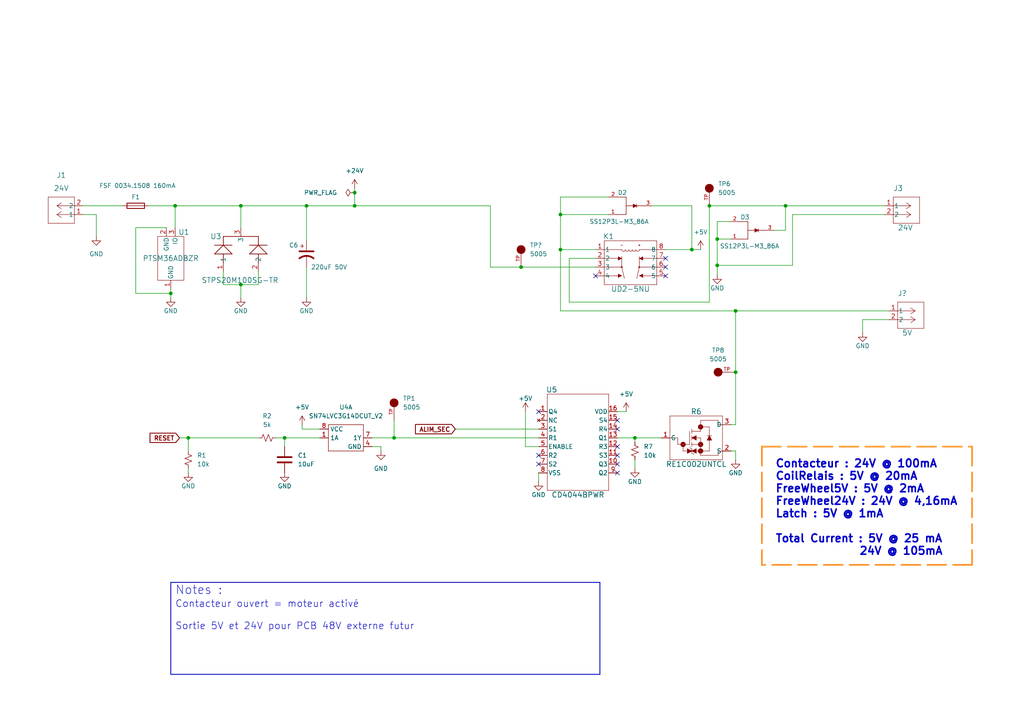
<source format=kicad_sch>
(kicad_sch (version 20211123) (generator eeschema)
  (paper "A4")
  (title_block (title "BUMBLEBEE") (date "2024-01-15") (rev "1.00") (company "ExoFlex") (comment 1 "Bumblebee"))
  (lib_symbols
    (symbol "1729128_1" (pin_names (offset 0.254))
      (property "Reference" "J" (at 6.35 3.81 0))
      (property "Value" "1729128_1" (at 8.89 -6.35 0))
      (symbol "1729128_1_1_1"
        (polyline (pts (xy 5.08 -5.08) (xy 12.7 -5.08)) (stroke (width 0.127)))
        (polyline (pts (xy 5.08 2.54) (xy 5.08 -5.08)) (stroke (width 0.127)))
        (polyline (pts (xy 10.16 -2.54) (xy 5.08 -2.54)) (stroke (width 0.127)))
        (polyline (pts (xy 10.16 -2.54) (xy 8.89 -3.3867)) (stroke (width 0.127)))
        (polyline (pts (xy 10.16 -2.54) (xy 8.89 -1.6933)) (stroke (width 0.127)))
        (polyline (pts (xy 10.16 0) (xy 5.08 0)) (stroke (width 0.127)))
        (polyline (pts (xy 10.16 0) (xy 8.89 -0.8467)) (stroke (width 0.127)))
        (polyline (pts (xy 10.16 0) (xy 8.89 0.8467)) (stroke (width 0.127)))
        (polyline (pts (xy 12.7 -5.08) (xy 12.7 2.54)) (stroke (width 0.127)))
        (polyline (pts (xy 12.7 2.54) (xy 5.08 2.54)) (stroke (width 0.127)))
        (pin unspecified line (at 2.54 0 0) (length 2.54) (name "1") (number "1"))
        (pin bidirectional line (at 2.54 -2.54 0) (length 2.54) (name "2") (number "2"))
      )
      (symbol "1729128_1_1_2"
        (polyline (pts (xy 5.08 -5.08) (xy 12.7 -5.08)) (stroke (width 0.127)))
        (polyline (pts (xy 5.08 2.54) (xy 5.08 -5.08)) (stroke (width 0.127)))
        (polyline (pts (xy 7.62 -2.54) (xy 5.08 -2.54)) (stroke (width 0.127)))
        (polyline (pts (xy 7.62 -2.54) (xy 8.89 -3.3867)) (stroke (width 0.127)))
        (polyline (pts (xy 7.62 -2.54) (xy 8.89 -1.6933)) (stroke (width 0.127)))
        (polyline (pts (xy 7.62 0) (xy 5.08 0)) (stroke (width 0.127)))
        (polyline (pts (xy 7.62 0) (xy 8.89 -0.8467)) (stroke (width 0.127)))
        (polyline (pts (xy 7.62 0) (xy 8.89 0.8467)) (stroke (width 0.127)))
        (polyline (pts (xy 12.7 -5.08) (xy 12.7 2.54)) (stroke (width 0.127)))
        (polyline (pts (xy 12.7 2.54) (xy 5.08 2.54)) (stroke (width 0.127)))
        (pin unspecified line (at 0 0 0) (length 5.08) (name "1") (number "1"))
        (pin unspecified line (at 0 -2.54 0) (length 5.08) (name "2") (number "2"))
      )
    )
    (symbol "Device:C" (pin_numbers hide) (pin_names (offset 0.254))
      (property "Reference" "C" (at 0.635 2.54 0))
      (property "Value" "C" (at 0.635 -2.54 0))
      (symbol "C_0_1"
        (polyline (pts (xy -2.032 -0.762) (xy 2.032 -0.762)) (stroke (width 0.508)))
        (polyline (pts (xy -2.032 0.762) (xy 2.032 0.762)) (stroke (width 0.508)))
      )
      (symbol "C_1_1"
        (pin passive line (at 0 3.81 270) (length 2.794) (name "~") (number "1"))
        (pin passive line (at 0 -3.81 90) (length 2.794) (name "~") (number "2"))
      )
    )
    (symbol "Device:C_Polarized_US" (pin_numbers hide) (pin_names (offset 0.254) hide)
      (property "Reference" "C" (at 0.635 2.54 0))
      (property "Value" "C_Polarized_US" (at 0.635 -2.54 0))
      (symbol "C_Polarized_US_0_1"
        (polyline (pts (xy -2.032 0.762) (xy 2.032 0.762)) (stroke (width 0.508)))
        (polyline (pts (xy -1.778 2.286) (xy -0.762 2.286)))
        (polyline (pts (xy -1.27 1.778) (xy -1.27 2.794)))
        (arc (start 2.032 -1.27) (mid 0 -0.5572) (end -2.032 -1.27) (stroke (width 0.508)))
      )
      (symbol "C_Polarized_US_1_1"
        (pin passive line (at 0 3.81 270) (length 2.794) (name "~") (number "1"))
        (pin passive line (at 0 -3.81 90) (length 3.302) (name "~") (number "2"))
      )
    )
    (symbol "Device:Fuse" (pin_numbers hide) (pin_names (offset 0))
      (property "Reference" "F" (at 2.032 0 90))
      (property "Value" "Fuse" (at -1.905 0 90))
      (symbol "Fuse_0_1"
        (rectangle (start -0.762 -2.54) (end 0.762 2.54) (stroke (width 0.254)))
        (polyline (pts (xy 0 2.54) (xy 0 -2.54)))
      )
      (symbol "Fuse_1_1"
        (pin passive line (at 0 3.81 270) (length 1.27) (name "~") (number "1"))
        (pin passive line (at 0 -3.81 90) (length 1.27) (name "~") (number "2"))
      )
    )
    (symbol "Device:R_Small_US" (pin_numbers hide) (pin_names (offset 0.254) hide)
      (property "Reference" "R" (at 0.762 0.508 0))
      (property "Value" "R_Small_US" (at 0.762 -1.016 0))
      (symbol "R_Small_US_1_1"
        (polyline (pts (xy 0 0) (xy 1.016 -0.381) (xy 0 -0.762) (xy -1.016 -1.143) (xy 0 -1.524)))
        (polyline (pts (xy 0 1.524) (xy 1.016 1.143) (xy 0 0.762) (xy -1.016 0.381) (xy 0 0)))
        (pin passive line (at 0 2.54 270) (length 1.016) (name "~") (number "1"))
        (pin passive line (at 0 -2.54 90) (length 1.016) (name "~") (number "2"))
      )
    )
    (symbol "SS12P2L-M3_86A_1" (pin_names (offset 1.016))
      (property "Reference" "D" (at -10.16 5.08 0))
      (property "Value" "SS12P2L-M3_86A_1" (at -10.16 -7.62 0))
      (symbol "SS12P2L-M3_86A_1_0_0"
        (polyline (pts (xy -2.54 -2.54) (xy -5.08 -2.54)) (stroke (width 0.1524)))
        (polyline (pts (xy -2.54 0) (xy -2.54 -2.54)) (stroke (width 0.1524)))
        (polyline (pts (xy -2.54 0) (xy -2.54 2.54)) (stroke (width 0.1524)))
        (polyline (pts (xy -2.54 0) (xy -0.508 0)) (stroke (width 0.1524)))
        (polyline (pts (xy -2.54 2.54) (xy -5.08 2.54)) (stroke (width 0.1524)))
        (polyline (pts (xy 0.508 -0.508) (xy 0.508 0.508)) (stroke (width 0.1524)))
        (polyline (pts (xy 0.508 0) (xy 2.54 0)) (stroke (width 0.1524)))
        (polyline (pts (xy -0.508 -0.508) (xy -0.508 0.508) (xy 0.508 0) (xy -0.508 -0.508)) (stroke (width 0.1524)) (fill (type outline)))
        (pin bidirectional line (at -7.62 -2.54 0) (length 2.54) (name "~") (number "1"))
        (pin bidirectional line (at -7.62 2.54 0) (length 2.54) (name "~") (number "2"))
        (pin bidirectional line (at 5.08 0 180) (length 2.54) (name "~") (number "3"))
      )
    )
    (symbol "SymLib:1729128" (pin_names (offset 0.254))
      (property "Reference" "J" (at 6.35 3.81 0))
      (property "Value" "1729128" (at 8.89 -6.35 0))
      (symbol "1729128_1_1"
        (polyline (pts (xy 5.08 -5.08) (xy 12.7 -5.08)) (stroke (width 0.127)))
        (polyline (pts (xy 5.08 2.54) (xy 5.08 -5.08)) (stroke (width 0.127)))
        (polyline (pts (xy 10.16 -2.54) (xy 5.08 -2.54)) (stroke (width 0.127)))
        (polyline (pts (xy 10.16 -2.54) (xy 8.89 -3.3867)) (stroke (width 0.127)))
        (polyline (pts (xy 10.16 -2.54) (xy 8.89 -1.6933)) (stroke (width 0.127)))
        (polyline (pts (xy 10.16 0) (xy 5.08 0)) (stroke (width 0.127)))
        (polyline (pts (xy 10.16 0) (xy 8.89 -0.8467)) (stroke (width 0.127)))
        (polyline (pts (xy 10.16 0) (xy 8.89 0.8467)) (stroke (width 0.127)))
        (polyline (pts (xy 12.7 -5.08) (xy 12.7 2.54)) (stroke (width 0.127)))
        (polyline (pts (xy 12.7 2.54) (xy 5.08 2.54)) (stroke (width 0.127)))
        (pin unspecified line (at 2.54 0 0) (length 2.54) (name "1") (number "1"))
        (pin unspecified line (at 2.54 -2.54 0) (length 2.54) (name "2") (number "2"))
      )
      (symbol "1729128_1_2"
        (polyline (pts (xy 5.08 -5.08) (xy 12.7 -5.08)) (stroke (width 0.127)))
        (polyline (pts (xy 5.08 2.54) (xy 5.08 -5.08)) (stroke (width 0.127)))
        (polyline (pts (xy 7.62 -2.54) (xy 5.08 -2.54)) (stroke (width 0.127)))
        (polyline (pts (xy 7.62 -2.54) (xy 8.89 -3.3867)) (stroke (width 0.127)))
        (polyline (pts (xy 7.62 -2.54) (xy 8.89 -1.6933)) (stroke (width 0.127)))
        (polyline (pts (xy 7.62 0) (xy 5.08 0)) (stroke (width 0.127)))
        (polyline (pts (xy 7.62 0) (xy 8.89 -0.8467)) (stroke (width 0.127)))
        (polyline (pts (xy 7.62 0) (xy 8.89 0.8467)) (stroke (width 0.127)))
        (polyline (pts (xy 12.7 -5.08) (xy 12.7 2.54)) (stroke (width 0.127)))
        (polyline (pts (xy 12.7 2.54) (xy 5.08 2.54)) (stroke (width 0.127)))
        (pin unspecified line (at 0 0 0) (length 5.08) (name "1") (number "1"))
        (pin unspecified line (at 0 -2.54 0) (length 5.08) (name "2") (number "2"))
      )
    )
    (symbol "SymLib:5005" (pin_names (offset 1.016))
      (property "Reference" "TP" (at -2.54 2.54 0))
      (property "Value" "5005" (at -2.54 -3.81 0))
      (symbol "5005_0_0"
        (circle (center 0 0) (radius 0.635) (stroke (width 1.27)))
        (pin passive line (at -5.08 0 0) (length 5.08) (name "~") (number "TP"))
      )
    )
    (symbol "SymLib:CD4044BPWR" (pin_names (offset 0.254))
      (property "Reference" "U" (at 8.89 6.35 0))
      (property "Value" "CD4044BPWR" (at 15.24 -24.13 0))
      (symbol "CD4044BPWR_0_1"
        (polyline (pts (xy 7.62 -22.86) (xy 25.4 -22.86)) (stroke (width 0.127)))
        (polyline (pts (xy 7.62 5.08) (xy 7.62 -22.86)) (stroke (width 0.127)))
        (polyline (pts (xy 25.4 -22.86) (xy 25.4 5.08)) (stroke (width 0.127)))
        (polyline (pts (xy 25.4 5.08) (xy 7.62 5.08)) (stroke (width 0.127)))
        (pin unspecified line (at 5.08 0 0) (length 2.54) (name "Q4") (number "1"))
        (pin unspecified line (at 27.94 -15.24 180) (length 2.54) (name "Q3") (number "10"))
        (pin unspecified line (at 27.94 -12.7 180) (length 2.54) (name "S3") (number "11"))
        (pin unspecified line (at 27.94 -10.16 180) (length 2.54) (name "R3") (number "12"))
        (pin unspecified line (at 27.94 -7.62 180) (length 2.54) (name "Q1") (number "13"))
        (pin unspecified line (at 27.94 -5.08 180) (length 2.54) (name "R4") (number "14"))
        (pin unspecified line (at 27.94 -2.54 180) (length 2.54) (name "S4") (number "15"))
        (pin bidirectional line (at 27.94 0 180) (length 2.54) (name "VDD") (number "16"))
        (pin no_connect line (at 5.08 -2.54 0) (length 2.54) (name "NC") (number "2"))
        (pin unspecified line (at 5.08 -5.08 0) (length 2.54) (name "S1") (number "3"))
        (pin unspecified line (at 5.08 -7.62 0) (length 2.54) (name "R1") (number "4"))
        (pin unspecified line (at 5.08 -10.16 0) (length 2.54) (name "ENABLE") (number "5"))
        (pin unspecified line (at 5.08 -12.7 0) (length 2.54) (name "R2") (number "6"))
        (pin unspecified line (at 5.08 -15.24 0) (length 2.54) (name "S2") (number "7"))
        (pin bidirectional line (at 5.08 -17.78 0) (length 2.54) (name "VSS") (number "8"))
        (pin unspecified line (at 27.94 -17.78 180) (length 2.54) (name "Q2") (number "9"))
      )
    )
    (symbol "SymLib:PTSM36ADBZR" (pin_names (offset 0.254))
      (property "Reference" "U" (at -5.08 5.08 0))
      (property "Value" "PTSM36ADBZR" (at 0 -5.08 0))
      (symbol "PTSM36ADBZR_0_1"
        (polyline (pts (xy -6.35 -3.81) (xy 6.35 -3.81)) (stroke (width 0.127)))
        (polyline (pts (xy -6.35 3.81) (xy -6.35 -3.81)) (stroke (width 0.127)))
        (polyline (pts (xy 6.35 -3.81) (xy 6.35 3.81)) (stroke (width 0.127)))
        (polyline (pts (xy 6.35 3.81) (xy -6.35 3.81)) (stroke (width 0.127)))
        (pin bidirectional line (at 8.89 0 180) (length 2.54) (name "GND") (number "1"))
        (pin bidirectional line (at -8.89 -1.27 0) (length 2.54) (name "GND") (number "2"))
        (pin bidirectional line (at -8.89 1.27 0) (length 2.54) (name "IO") (number "3"))
      )
    )
    (symbol "SymLib:RE1C002UNTCL" (pin_names (offset 0.254))
      (property "Reference" "R" (at 14.605 9.017 0))
      (property "Value" "RE1C002UNTCL" (at 21.59 -6.985 0))
      (symbol "RE1C002UNTCL_0_1"
        (polyline (pts (xy 13.97 -5.08) (xy 29.21 -5.08)) (stroke (width 0.127)))
        (polyline (pts (xy 13.97 7.62) (xy 13.97 -5.08)) (stroke (width 0.127)))
        (polyline (pts (xy 16.129 1.27) (xy 13.97 1.27)) (stroke (width 0.127)))
        (polyline (pts (xy 16.256 -0.635) (xy 16.256 1.27)) (stroke (width 0.127)))
        (polyline (pts (xy 17.78 -2.54) (xy 25.4 -2.54)) (stroke (width 0.127)))
        (polyline (pts (xy 17.78 -0.635) (xy 17.78 -2.54)) (stroke (width 0.127)))
        (polyline (pts (xy 19.05 -3.175) (xy 20.32 -2.54)) (stroke (width 0.127)))
        (polyline (pts (xy 19.05 -1.905) (xy 19.05 -3.175)) (stroke (width 0.127)))
        (polyline (pts (xy 19.685 -0.635) (xy 16.256 -0.635)) (stroke (width 0.127)))
        (polyline (pts (xy 19.685 3.175) (xy 19.685 -0.635)) (stroke (width 0.127)))
        (polyline (pts (xy 20.32 -3.175) (xy 20.955 -3.4925)) (stroke (width 0.127)))
        (polyline (pts (xy 20.32 -2.54) (xy 19.05 -1.905)) (stroke (width 0.127)))
        (polyline (pts (xy 20.32 -2.54) (xy 21.59 -1.905)) (stroke (width 0.127)))
        (polyline (pts (xy 20.32 -1.905) (xy 19.685 -1.5875)) (stroke (width 0.127)))
        (polyline (pts (xy 20.32 -1.905) (xy 20.32 -3.175)) (stroke (width 0.127)))
        (polyline (pts (xy 20.32 -0.635) (xy 22.86 -0.635)) (stroke (width 0.127)))
        (polyline (pts (xy 20.32 0) (xy 20.32 -1.27)) (stroke (width 0.127)))
        (polyline (pts (xy 20.32 1.27) (xy 21.59 1.905)) (stroke (width 0.127)))
        (polyline (pts (xy 20.32 1.905) (xy 20.32 0.635)) (stroke (width 0.127)))
        (polyline (pts (xy 20.32 2.54) (xy 20.32 3.81)) (stroke (width 0.127)))
        (polyline (pts (xy 20.32 3.175) (xy 22.86 3.175)) (stroke (width 0.127)))
        (polyline (pts (xy 21.59 -3.175) (xy 20.32 -2.54)) (stroke (width 0.127)))
        (polyline (pts (xy 21.59 -1.905) (xy 21.59 -3.175)) (stroke (width 0.127)))
        (polyline (pts (xy 21.59 0.635) (xy 20.32 1.27)) (stroke (width 0.127)))
        (polyline (pts (xy 21.59 1.905) (xy 21.59 0.635)) (stroke (width 0.127)))
        (polyline (pts (xy 22.86 1.27) (xy 20.32 1.27)) (stroke (width 0.127)))
        (polyline (pts (xy 22.86 1.27) (xy 22.86 -3.81)) (stroke (width 0.127)))
        (polyline (pts (xy 22.86 3.175) (xy 22.86 6.35)) (stroke (width 0.127)))
        (polyline (pts (xy 22.86 4.445) (xy 25.4 4.445)) (stroke (width 0.127)))
        (polyline (pts (xy 22.86 6.35) (xy 27.94 6.35)) (stroke (width 0.127)))
        (polyline (pts (xy 24.765 0.635) (xy 26.035 0.635)) (stroke (width 0.127)))
        (polyline (pts (xy 24.765 1.905) (xy 26.035 1.905)) (stroke (width 0.127)))
        (polyline (pts (xy 25.4 -2.54) (xy 25.4 4.445)) (stroke (width 0.127)))
        (polyline (pts (xy 25.4 1.905) (xy 24.765 0.635)) (stroke (width 0.127)))
        (polyline (pts (xy 26.035 0.635) (xy 25.4 1.905)) (stroke (width 0.127)))
        (polyline (pts (xy 27.94 -3.81) (xy 22.86 -3.81)) (stroke (width 0.127)))
        (polyline (pts (xy 27.94 -2.54) (xy 27.94 -3.81)) (stroke (width 0.127)))
        (polyline (pts (xy 27.94 5.08) (xy 29.21 5.08)) (stroke (width 0.127)))
        (polyline (pts (xy 27.94 6.35) (xy 27.94 5.08)) (stroke (width 0.127)))
        (polyline (pts (xy 29.21 -5.08) (xy 29.21 7.62)) (stroke (width 0.127)))
        (polyline (pts (xy 29.21 -2.54) (xy 27.94 -2.54)) (stroke (width 0.127)))
        (polyline (pts (xy 29.21 7.62) (xy 13.97 7.62)) (stroke (width 0.127)))
        (polyline (pts (xy 20.32 1.27) (xy 21.59 1.905) (xy 21.59 0.635)) (fill (type outline)))
        (polyline (pts (xy 24.765 0.635) (xy 26.035 0.635) (xy 25.4 1.905)) (fill (type outline)))
        (polyline (pts (xy 19.05 -1.905) (xy 19.05 -3.175) (xy 21.59 -1.905) (xy 21.59 -3.175)) (fill (type outline)))
        (circle (center 17.78 -0.635) (radius 0.127) (stroke (width 0.635)))
        (circle (center 22.86 -2.54) (radius 0.127) (stroke (width 0.635)))
        (circle (center 22.86 -0.635) (radius 0.127) (stroke (width 0.635)))
        (circle (center 22.86 4.445) (radius 0.127) (stroke (width 0.635)))
        (pin unspecified line (at 11.43 1.27 0) (length 2.54) (name "G") (number "1"))
        (pin unspecified line (at 31.75 -2.54 180) (length 2.54) (name "S") (number "2"))
        (pin unspecified line (at 31.75 5.08 180) (length 2.54) (name "D") (number "3"))
      )
    )
    (symbol "SymLib:SN74LVC3G14DCUT_V2"
      (property "Reference" "U" (at -3.81 5.08 0))
      (property "Value" "SN74LVC3G14DCUT_V2" (at 0 -5.08 0))
      (symbol "SN74LVC3G14DCUT_V2_0_1"
        (rectangle (start -5.08 -3.81) (end 5.08 -3.81))
        (rectangle (start -5.08 3.81) (end -5.08 -3.81))
        (rectangle (start -5.08 3.81) (end 5.08 3.81))
        (rectangle (start 5.08 3.81) (end 5.08 -3.81))
      )
      (symbol "SN74LVC3G14DCUT_V2_1_1"
        (pin bidirectional line (at -7.62 0 0) (length 2.54) (name "1A") (number "1"))
        (pin bidirectional line (at 7.62 -2.54 180) (length 2.54) (name "GND") (number "4"))
        (pin output line (at 7.62 0 180) (length 2.54) (name "1Y") (number "7"))
        (pin bidirectional line (at -7.62 2.54 0) (length 2.54) (name "VCC") (number "8"))
      )
      (symbol "SN74LVC3G14DCUT_V2_2_1"
        (pin bidirectional line (at -7.62 0 0) (length 2.54) (name "2A") (number "3"))
        (pin output line (at 7.62 0 180) (length 2.54) (name "2Y") (number "5"))
      )
      (symbol "SN74LVC3G14DCUT_V2_3_1"
        (pin output line (at 7.62 0 180) (length 2.54) (name "3Y") (number "2"))
        (pin bidirectional line (at -7.62 0 0) (length 2.54) (name "3A") (number "6"))
      )
    )
    (symbol "SymLib:SS12P2L-M3_86A" (pin_names (offset 1.016))
      (property "Reference" "D" (at -10.16 5.08 0))
      (property "Value" "SS12P2L-M3_86A" (at -10.16 -7.62 0))
      (symbol "SS12P2L-M3_86A_0_0"
        (polyline (pts (xy -2.54 -2.54) (xy -5.08 -2.54)) (stroke (width 0.1524)))
        (polyline (pts (xy -2.54 0) (xy -2.54 -2.54)) (stroke (width 0.1524)))
        (polyline (pts (xy -2.54 0) (xy -2.54 2.54)) (stroke (width 0.1524)))
        (polyline (pts (xy -2.54 0) (xy -0.508 0)) (stroke (width 0.1524)))
        (polyline (pts (xy -2.54 2.54) (xy -5.08 2.54)) (stroke (width 0.1524)))
        (polyline (pts (xy 0.508 -0.508) (xy 0.508 0.508)) (stroke (width 0.1524)))
        (polyline (pts (xy 0.508 0) (xy 2.54 0)) (stroke (width 0.1524)))
        (polyline (pts (xy -0.508 -0.508) (xy -0.508 0.508) (xy 0.508 0) (xy -0.508 -0.508)) (stroke (width 0.1524)) (fill (type outline)))
        (pin bidirectional line (at -7.62 -2.54 0) (length 2.54) (name "~") (number "1"))
        (pin bidirectional line (at -7.62 2.54 0) (length 2.54) (name "~") (number "2"))
        (pin bidirectional line (at 5.08 0 180) (length 2.54) (name "~") (number "3"))
      )
    )
    (symbol "SymLib:STPS20M100SG-TR" (pin_names (offset 0.254))
      (property "Reference" "U" (at 5.715 -15.24 0))
      (property "Value" "STPS20M100SG-TR" (at 5.715 -19.05 0))
      (symbol "STPS20M100SG-TR_0_1"
        (polyline (pts (xy 2.54 -10.16) (xy 5.08 -10.16)) (stroke (width 0.2032)))
        (polyline (pts (xy 2.54 0) (xy 5.08 0)) (stroke (width 0.2032)))
        (polyline (pts (xy 5.08 -12.7) (xy 5.08 -7.62)) (stroke (width 0.2032)))
        (polyline (pts (xy 5.08 -12.7) (xy 7.62 -10.16)) (stroke (width 0.2032)))
        (polyline (pts (xy 5.08 -7.62) (xy 7.62 -10.16)) (stroke (width 0.2032)))
        (polyline (pts (xy 5.08 -2.54) (xy 7.62 0)) (stroke (width 0.2032)))
        (polyline (pts (xy 5.08 2.54) (xy 5.08 -2.54)) (stroke (width 0.2032)))
        (polyline (pts (xy 5.08 2.54) (xy 7.62 0)) (stroke (width 0.2032)))
        (polyline (pts (xy 7.62 -12.7) (xy 7.62 -7.62)) (stroke (width 0.2032)))
        (polyline (pts (xy 7.62 2.54) (xy 7.62 -2.54)) (stroke (width 0.2032)))
        (polyline (pts (xy 10.16 -10.16) (xy 7.62 -10.16)) (stroke (width 0.2032)))
        (polyline (pts (xy 10.16 0) (xy 7.62 0)) (stroke (width 0.2032)))
        (polyline (pts (xy 10.16 0) (xy 10.16 -10.16)) (stroke (width 0.2032)))
        (pin unspecified line (at 0 0 0) (length 2.54) (name "1") (number "1"))
        (pin unspecified line (at 0 -10.16 0) (length 2.54) (name "2") (number "2"))
        (pin unspecified line (at 12.7 -5.08 180) (length 2.54) (name "3") (number "3"))
      )
    )
    (symbol "SymLib:UD2-5NU" (pin_names (offset 0.254))
      (property "Reference" "K" (at 8.89 3.81 0))
      (property "Value" "UD2-5NU" (at 12.7 -11.43 0))
      (symbol "UD2-5NU_0_1"
        (polyline (pts (xy 7.62 -10.16) (xy 22.86 -10.16)) (stroke (width 0.127)))
        (polyline (pts (xy 7.62 -7.62) (xy 12.192 -7.62)) (stroke (width 0.127)))
        (polyline (pts (xy 7.62 -5.08) (xy 12.7 -5.08)) (stroke (width 0.127)))
        (polyline (pts (xy 7.62 -2.54) (xy 12.192 -2.54)) (stroke (width 0.127)))
        (polyline (pts (xy 7.62 0) (xy 12.7 0)) (stroke (width 0.127)))
        (polyline (pts (xy 7.62 2.54) (xy 7.62 -10.16)) (stroke (width 0.127)))
        (polyline (pts (xy 12.446 1.27) (xy 12.954 1.27)) (stroke (width 0.127)))
        (polyline (pts (xy 12.7 -5.08) (xy 12.7 -2.032)) (stroke (width 0.127)))
        (polyline (pts (xy 12.7 -5.08) (xy 13.462 -8.382)) (stroke (width 0.127)))
        (polyline (pts (xy 17.526 1.27) (xy 18.034 1.27)) (stroke (width 0.127)))
        (polyline (pts (xy 17.78 -5.08) (xy 17.018 -8.382)) (stroke (width 0.127)))
        (polyline (pts (xy 17.78 -5.08) (xy 17.78 -2.032)) (stroke (width 0.127)))
        (polyline (pts (xy 17.78 0) (xy 22.86 0)) (stroke (width 0.127)))
        (polyline (pts (xy 17.78 1.524) (xy 17.78 1.016)) (stroke (width 0.127)))
        (polyline (pts (xy 22.86 -10.16) (xy 22.86 2.54)) (stroke (width 0.127)))
        (polyline (pts (xy 22.86 -7.62) (xy 18.288 -7.62)) (stroke (width 0.127)))
        (polyline (pts (xy 22.86 -5.08) (xy 17.78 -5.08)) (stroke (width 0.127)))
        (polyline (pts (xy 22.86 -2.54) (xy 18.288 -2.54)) (stroke (width 0.127)))
        (polyline (pts (xy 22.86 2.54) (xy 7.62 2.54)) (stroke (width 0.127)))
        (polyline (pts (xy 12.7 -7.62) (xy 11.684 -7.112) (xy 11.684 -8.128)) (fill (type outline)))
        (polyline (pts (xy 12.7 -2.54) (xy 11.684 -3.048) (xy 11.684 -2.032)) (fill (type outline)))
        (polyline (pts (xy 17.78 -7.62) (xy 18.796 -7.112) (xy 18.796 -8.128)) (fill (type outline)))
        (polyline (pts (xy 17.78 -2.54) (xy 18.796 -3.048) (xy 18.796 -2.032)) (fill (type outline)))
        (circle (center 12.7 -5.08) (radius 0.127) (stroke (width 0.254)))
        (arc (start 12.7 0) (mid 13.208 -0.508) (end 13.716 0) (stroke (width 0.127)))
        (arc (start 13.716 0) (mid 14.224 -0.508) (end 14.732 0) (stroke (width 0.127)))
        (arc (start 14.732 0) (mid 15.24 -0.508) (end 15.748 0) (stroke (width 0.127)))
        (arc (start 15.748 0) (mid 16.256 -0.508) (end 16.764 0) (stroke (width 0.127)))
        (arc (start 16.764 0) (mid 17.272 -0.508) (end 17.78 0) (stroke (width 0.127)))
        (circle (center 17.78 -5.08) (radius 0.127) (stroke (width 0.254)))
        (pin unspecified line (at 5.08 0 0) (length 2.54) (name "1") (number "1"))
        (pin bidirectional line (at 5.08 -2.54 0) (length 2.54) (name "2") (number "2"))
        (pin bidirectional line (at 5.08 -5.08 0) (length 2.54) (name "3") (number "3"))
        (pin bidirectional line (at 5.08 -7.62 0) (length 2.54) (name "4") (number "4"))
        (pin unspecified line (at 25.4 -7.62 180) (length 2.54) (name "5") (number "5"))
        (pin unspecified line (at 25.4 -5.08 180) (length 2.54) (name "6") (number "6"))
        (pin unspecified line (at 25.4 -2.54 180) (length 2.54) (name "7") (number "7"))
        (pin unspecified line (at 25.4 0 180) (length 2.54) (name "8") (number "8"))
      )
    )
    (symbol "power:+24V" (power) (pin_names (offset 0))
      (property "Value" "+24V" (at 0 3.556 0))
      (symbol "+24V_0_1"
        (polyline (pts (xy -0.762 1.27) (xy 0 2.54)))
        (polyline (pts (xy 0 0) (xy 0 2.54)))
        (polyline (pts (xy 0 2.54) (xy 0.762 1.27)))
      )
      (symbol "+24V_1_1"
        (pin power_in line (at 0 0 90) (length 0) hide (name "+24V") (number "1"))
      )
    )
    (symbol "power:+5V" (power) (pin_names (offset 0))
      (property "Value" "+5V" (at 0 3.556 0))
      (symbol "+5V_0_1"
        (polyline (pts (xy -0.762 1.27) (xy 0 2.54)))
        (polyline (pts (xy 0 0) (xy 0 2.54)))
        (polyline (pts (xy 0 2.54) (xy 0.762 1.27)))
      )
      (symbol "+5V_1_1"
        (pin power_in line (at 0 0 90) (length 0) hide (name "+5V") (number "1"))
      )
    )
    (symbol "power:GND" (power) (pin_names (offset 0))
      (property "Value" "GND" (at 0 -3.81 0))
      (symbol "GND_0_1"
        (polyline (pts (xy 0 0) (xy 0 -1.27) (xy 1.27 -1.27) (xy 0 -2.54) (xy -1.27 -1.27) (xy 0 -1.27)))
      )
      (symbol "GND_1_1"
        (pin power_in line (at 0 0 270) (length 0) hide (name "GND") (number "1"))
      )
    )
    (symbol "power:PWR_FLAG" (power) (pin_numbers hide) (pin_names (offset 0) hide)
      (property "Value" "PWR_FLAG" (at 0 3.81 0))
      (symbol "PWR_FLAG_0_0"
        (pin power_out line (at 0 0 90) (length 0) (name "pwr") (number "1"))
      )
      (symbol "PWR_FLAG_0_1"
        (polyline (pts (xy 0 0) (xy 0 1.27) (xy -1.016 1.905) (xy 0 2.54) (xy 1.016 1.905) (xy 0 1.27)))
      )
    )
  )
  (junction (at 69.85 82.55))
  (junction (at 102.87 55.88))
  (junction (at 49.53 85.09))
  (junction (at 162.56 72.39))
  (junction (at 54.61 127))
  (junction (at 208.026 69.342))
  (junction (at 69.85 59.69))
  (junction (at 82.55 127))
  (junction (at 102.87 59.69))
  (junction (at 213.36 107.95))
  (junction (at 50.8 59.69))
  (junction (at 114.3 127))
  (junction (at 151.13 77.47))
  (junction (at 208.026 76.962))
  (junction (at 227.838 59.69))
  (junction (at 213.36 90.17))
  (junction (at 205.74 59.69))
  (junction (at 88.9 59.69))
  (junction (at 162.56 62.23))
  (junction (at 184.15 127))
  (junction (at 200.66 72.39))
  (no_connect (at 156.21 119.38))
  (no_connect (at 156.21 134.62))
  (no_connect (at 179.07 132.08))
  (no_connect (at 156.21 132.08))
  (no_connect (at 179.07 137.16))
  (no_connect (at 179.07 134.62))
  (no_connect (at 193.04 74.93))
  (no_connect (at 172.72 80.01))
  (no_connect (at 179.07 129.54))
  (no_connect (at 193.04 77.47))
  (no_connect (at 193.04 80.01))
  (no_connect (at 179.07 121.92))
  (no_connect (at 179.07 124.46))
  (wire (pts (xy 208.026 69.342) (xy 208.026 76.962)))
  (wire (pts (xy 224.536 66.802) (xy 227.838 66.802)))
  (wire (pts (xy 50.8 66.04) (xy 50.8 59.69)))
  (wire (pts (xy 88.9 59.69) (xy 102.87 59.69)))
  (wire (pts (xy 212.09 130.81) (xy 213.36 130.81)))
  (wire (pts (xy 110.49 130.81) (xy 110.49 129.54)))
  (wire (pts (xy 162.56 72.39) (xy 162.56 90.17)))
  (wire (pts (xy 189.23 59.69) (xy 200.66 59.69)))
  (wire (pts (xy 250.19 92.71) (xy 250.19 96.52)))
  (wire (pts (xy 176.53 62.23) (xy 162.56 62.23)))
  (wire (pts (xy 27.94 62.23) (xy 27.94 68.58)))
  (wire (pts (xy 69.85 66.04) (xy 69.85 59.69)))
  (wire (pts (xy 227.838 59.69) (xy 256.54 59.69)))
  (wire (pts (xy 132.08 124.46) (xy 156.21 124.46)))
  (wire (pts (xy 54.61 135.89) (xy 54.61 137.16)))
  (wire (pts (xy 162.56 72.39) (xy 172.72 72.39)))
  (wire (pts (xy 64.77 78.74) (xy 64.77 82.55)))
  (wire (pts (xy 165.1 87.63) (xy 205.74 87.63)))
  (polyline (pts (xy 281.94 163.83) (xy 220.98 163.83)) (stroke (width 0.5) (type dash) (color 255 148 44 1)))
  (wire (pts (xy 54.61 127) (xy 74.93 127)))
  (wire (pts (xy 162.56 57.15) (xy 162.56 62.23)))
  (wire (pts (xy 142.24 59.69) (xy 142.24 77.47)))
  (wire (pts (xy 50.8 59.69) (xy 43.18 59.69)))
  (polyline (pts (xy 220.98 129.54) (xy 281.94 129.54)) (stroke (width 0.5) (type dash) (color 255 148 44 1)))
  (wire (pts (xy 107.95 127) (xy 114.3 127)))
  (wire (pts (xy 208.026 64.262) (xy 208.026 69.342)))
  (wire (pts (xy 213.36 90.17) (xy 213.36 107.95)))
  (wire (pts (xy 257.81 92.71) (xy 250.19 92.71)))
  (wire (pts (xy 213.36 130.81) (xy 213.36 133.35)))
  (wire (pts (xy 184.15 127) (xy 179.07 127)))
  (polyline (pts (xy 281.94 129.54) (xy 281.94 163.83)) (stroke (width 0.5) (type dash) (color 255 148 44 1)))
  (wire (pts (xy 39.37 66.04) (xy 39.37 85.09)))
  (polyline (pts (xy 49.53 168.91) (xy 173.99 168.91)) (stroke (width 0.25) (type solid)))
  (wire (pts (xy 229.87 76.962) (xy 208.026 76.962)))
  (wire (pts (xy 213.36 107.95) (xy 213.36 123.19)))
  (wire (pts (xy 88.9 77.47) (xy 88.9 86.36)))
  (wire (pts (xy 52.07 127) (xy 54.61 127)))
  (wire (pts (xy 102.87 59.69) (xy 142.24 59.69)))
  (wire (pts (xy 227.838 66.802) (xy 227.838 59.69)))
  (wire (pts (xy 211.836 69.342) (xy 208.026 69.342)))
  (wire (pts (xy 82.55 127) (xy 82.55 129.54)))
  (wire (pts (xy 69.85 59.69) (xy 88.9 59.69)))
  (wire (pts (xy 184.15 133.35) (xy 184.15 135.89)))
  (wire (pts (xy 48.26 66.04) (xy 39.37 66.04)))
  (wire (pts (xy 205.74 59.69) (xy 227.838 59.69)))
  (wire (pts (xy 213.36 123.19) (xy 212.09 123.19)))
  (wire (pts (xy 229.87 62.23) (xy 229.87 76.962)))
  (wire (pts (xy 142.24 77.47) (xy 151.13 77.47)))
  (wire (pts (xy 50.8 59.69) (xy 69.85 59.69)))
  (wire (pts (xy 114.3 121.92) (xy 114.3 127)))
  (wire (pts (xy 152.4 129.54) (xy 152.4 119.38)))
  (wire (pts (xy 229.87 62.23) (xy 256.54 62.23)))
  (wire (pts (xy 156.21 129.54) (xy 152.4 129.54)))
  (wire (pts (xy 114.3 127) (xy 156.21 127)))
  (wire (pts (xy 176.53 57.15) (xy 162.56 57.15)))
  (polyline (pts (xy 173.99 168.91) (xy 173.99 195.58)) (stroke (width 0.25) (type solid)))
  (polyline (pts (xy 49.53 168.91) (xy 49.53 195.58)) (stroke (width 0.25) (type solid)))
  (wire (pts (xy 82.55 127) (xy 92.71 127)))
  (wire (pts (xy 200.66 59.69) (xy 200.66 72.39)))
  (polyline (pts (xy 220.98 129.54) (xy 220.98 163.83)) (stroke (width 0.5) (type dash) (color 255 148 44 1)))
  (wire (pts (xy 156.21 137.16) (xy 156.21 139.7)))
  (wire (pts (xy 213.36 90.17) (xy 257.81 90.17)))
  (wire (pts (xy 80.01 127) (xy 82.55 127)))
  (wire (pts (xy 184.15 127) (xy 184.15 128.27)))
  (wire (pts (xy 102.87 55.88) (xy 102.87 59.69)))
  (wire (pts (xy 165.1 74.93) (xy 172.72 74.93)))
  (wire (pts (xy 162.56 90.17) (xy 213.36 90.17)))
  (wire (pts (xy 179.07 119.38) (xy 181.61 119.38)))
  (wire (pts (xy 39.37 85.09) (xy 49.53 85.09)))
  (wire (pts (xy 208.026 76.962) (xy 208.026 79.756)))
  (wire (pts (xy 74.93 78.74) (xy 74.93 82.55)))
  (wire (pts (xy 64.77 82.55) (xy 69.85 82.55)))
  (wire (pts (xy 151.13 77.47) (xy 172.72 77.47)))
  (wire (pts (xy 88.9 69.85) (xy 88.9 59.69)))
  (wire (pts (xy 24.13 59.69) (xy 35.56 59.69)))
  (wire (pts (xy 165.1 74.93) (xy 165.1 87.63)))
  (wire (pts (xy 49.53 85.09) (xy 49.53 83.82)))
  (wire (pts (xy 87.63 124.46) (xy 87.63 123.19)))
  (wire (pts (xy 110.49 129.54) (xy 107.95 129.54)))
  (wire (pts (xy 49.53 86.36) (xy 49.53 85.09)))
  (wire (pts (xy 102.87 54.61) (xy 102.87 55.88)))
  (wire (pts (xy 162.56 62.23) (xy 162.56 72.39)))
  (wire (pts (xy 69.85 86.36) (xy 69.85 82.55)))
  (wire (pts (xy 54.61 127) (xy 54.61 130.81)))
  (wire (pts (xy 205.74 87.63) (xy 205.74 59.69)))
  (wire (pts (xy 200.66 72.39) (xy 203.2 72.39)))
  (wire (pts (xy 74.93 82.55) (xy 69.85 82.55)))
  (wire (pts (xy 211.836 64.262) (xy 208.026 64.262)))
  (polyline (pts (xy 173.99 195.58) (xy 49.53 195.58)) (stroke (width 0.25) (type solid)))
  (wire (pts (xy 24.13 62.23) (xy 27.94 62.23)))
  (wire (pts (xy 92.71 124.46) (xy 87.63 124.46)))
  (wire (pts (xy 191.77 127) (xy 184.15 127)))
  (wire (pts (xy 193.04 72.39) (xy 200.66 72.39)))
  (text "Contacteur ouvert = moteur activé\n\nSortie 5V et 24V pour PCB 48V externe futur" (at 50.8 182.88 0) (effects (font (size 2 2)) (justify left bottom)))
  (text "Notes :" (at 50.8 172.72 0) (effects (font (size 2.5 2.5)) (justify left bottom)))
  (text "Contacteur : 24V @ 100mA\nCoilRelais : 5V @ 20mA\nFreeWheel5V : 5V @ 2mA\nFreeWheel24V : 24V @ 4,16mA\nLatch : 5V @ 1mA\n\nTotal Current : 5V @ 25 mA\n		    24V @ 105mA" (at 224.79 161.29 0) (effects (font (size 2.25 2.25) (thickness 0.45) bold) (justify left bottom)))
  (global_label "ALIM_SEC" (shape input) (at 132.08 124.46 180) (effects (font (thickness 0.254) bold)) (property "Intersheet References" "${INTERSHEET_REFS}" (effects hide)))
  (global_label "RESET" (shape input) (at 52.07 127 180) (effects (font (thickness 0.254) bold)) (property "Intersheet References" "${INTERSHEET_REFS}" (effects hide)))
  (symbol (lib_id "power:GND") (at 184.15 135.89 0) (unit 1)
    (property "Reference" "#PWR020" (effects hide))
    (property "Value" "GND" (at 184.15 139.7 0))
  )
  (symbol (lib_id "power:+24V") (at 102.87 54.61 0) (unit 1)
    (property "Reference" "#PWR017" (effects hide))
    (property "Value" "+24V" (at 102.87 49.53 0))
  )
  (symbol (lib_id "power:GND") (at 69.85 86.36 0) (unit 1)
    (property "Reference" "#PWR010" (effects hide))
    (property "Value" "GND" (at 69.85 90.17 0))
  )
  (symbol (lib_id "SymLib:5005") (at 114.3 116.84 90) (unit 1)
    (property "Reference" "TP1" (at 116.84 115.5699 90) (effects (justify right)))
    (property "Value" "5005" (at 116.84 118.1099 90) (effects (justify right)))
    (property "Footprint" "FootPrint:KEYSTONE_5005" (effects hide))
    (property "MF" "Keystone Electronics" (effects hide))
    (property "DESCRIPTION" "Compact THM Test Point -Red" (effects hide))
    (property "PACKAGE" "NON STANDARD-1 Keystone" (effects hide))
    (property "PRICE" "None" (effects hide))
    (property "MP" "5005" (effects hide))
    (property "AVAILABILITY" "In Stock" (effects hide))
    (property "PURCHASE-URL" "https://pricing.snapeda.com/search/part/5005/?ref=eda" (effects hide))
  )
  (symbol (lib_id "Device:Fuse") (at 39.37 59.69 90) (unit 1)
    (property "Reference" "F1" (at 39.37 57.15 90))
    (property "Value" "FSF 0034.1508 160mA" (at 39.878 53.848 90))
    (property "Footprint" "FootPrint:696108003002" (effects hide))
  )
  (symbol (lib_id "SymLib:CD4044BPWR") (at 151.13 119.38 0) (unit 1)
    (property "Reference" "U5" (at 160.02 113.03 0) (effects (font (size 1.524 1.524))))
    (property "Value" "CD4044BPWR" (at 167.64 143.51 0) (effects (font (size 1.524 1.524))))
    (property "Footprint" "FootPrint:CD4044BPWR" (effects hide))
    (property "Datasheet" "CD4044BPWR" (effects hide))
  )
  (symbol (lib_id "SymLib:PTSM36ADBZR") (at 49.53 74.93 270) (unit 1)
    (property "Reference" "U1" (at 53.34 67.31 90) (effects (font (size 1.524 1.524))))
    (property "Value" "PTSM36ADBZR" (at 49.53 74.93 90) (effects (font (size 1.524 1.524))))
    (property "Footprint" "FootPrint:SOT-23-3_DBZ_TEX" (effects hide))
    (property "Datasheet" "PTSM36ADBZR" (effects hide))
  )
  (symbol (lib_id "SymLib:5005") (at 205.74 54.61 90) (unit 1)
    (property "Reference" "TP6" (at 208.28 53.3399 90) (effects (justify right)))
    (property "Value" "5005" (at 208.28 55.8799 90) (effects (justify right)))
    (property "Footprint" "FootPrint:KEYSTONE_5005" (effects hide))
    (property "MF" "Keystone Electronics" (effects hide))
    (property "DESCRIPTION" "Compact THM Test Point -Red" (effects hide))
    (property "PACKAGE" "NON STANDARD-1 Keystone" (effects hide))
    (property "PRICE" "None" (effects hide))
    (property "MP" "5005" (effects hide))
    (property "AVAILABILITY" "In Stock" (effects hide))
    (property "PURCHASE-URL" "https://pricing.snapeda.com/search/part/5005/?ref=eda" (effects hide))
  )
  (symbol (lib_id "power:GND") (at 110.49 130.81 0) (unit 1)
    (property "Reference" "#PWR012" (effects hide))
    (property "Value" "GND" (at 110.49 135.89 0))
  )
  (symbol (lib_id "power:GND") (at 156.21 139.7 0) (unit 1)
    (property "Reference" "#PWR018" (effects hide))
    (property "Value" "GND" (at 156.21 143.51 0))
  )
  (symbol (lib_id "power:+5V") (at 152.4 119.38 0) (unit 1)
    (property "Reference" "#PWR?" (effects hide))
    (property "Value" "+5V" (at 152.4 115.57 0))
  )
  (symbol (lib_id "SymLib:SN74LVC3G14DCUT_V2") (at 100.33 127 0) (unit 1)
    (property "Reference" "U4" (at 100.33 118.11 0))
    (property "Value" "SN74LVC3G14DCUT_V2" (at 100.33 120.65 0))
    (property "Footprint" "FootPrint:SN74LVC3G14DCUT" (effects hide))
  )
  (symbol (lib_id "power:PWR_FLAG") (at 102.87 55.88 90) (unit 1)
    (property "Reference" "#FLG02" (effects hide))
    (property "Value" "PWR_FLAG" (at 97.79 55.88 90) (effects (justify left)))
  )
  (symbol (lib_id "Device:R_Small_US") (at 77.47 127 90) (unit 1)
    (property "Reference" "R2" (at 77.47 120.65 90))
    (property "Value" "5k" (at 77.47 123.19 90))
    (property "Footprint" "Resistor_SMD:R_0603_1608Metric" (effects hide))
  )
  (symbol (lib_id "SymLib:UD2-5NU") (at 167.64 72.39 0) (unit 1)
    (property "Reference" "K1" (at 176.53 68.58 0) (effects (font (size 1.524 1.524))))
    (property "Value" "UD2-5NU" (at 182.88 83.82 0) (effects (font (size 1.524 1.524))))
    (property "Footprint" "FootPrint:UD2_NU_KEM-L" (effects hide))
    (property "Datasheet" "UD2-5NU" (effects hide))
  )
  (symbol (lib_id "SymLib:1729128") (at 254 59.69 0) (unit 1)
    (property "Reference" "J3" (at 259.08 54.61 0) (effects (font (size 1.524 1.524)) (justify left)))
    (property "Value" "24V" (at 260.35 66.04 0) (effects (font (size 1.524 1.524)) (justify left)))
    (property "Footprint" "FootPrint:TerminalBlock14AWG" (effects hide))
    (property "Datasheet" "1729128" (effects hide))
  )
  (symbol (lib_id "SymLib:5005") (at 151.13 72.39 90) (unit 1)
    (property "Reference" "TP?" (at 153.67 71.1199 90) (effects (justify right)))
    (property "Value" "5005" (at 153.67 73.6599 90) (effects (justify right)))
    (property "Footprint" "FootPrint:KEYSTONE_5005" (effects hide))
    (property "MF" "Keystone Electronics" (effects hide))
    (property "DESCRIPTION" "Compact THM Test Point -Red" (effects hide))
    (property "PACKAGE" "NON STANDARD-1 Keystone" (effects hide))
    (property "PRICE" "None" (effects hide))
    (property "MP" "5005" (effects hide))
    (property "AVAILABILITY" "In Stock" (effects hide))
    (property "PURCHASE-URL" "https://pricing.snapeda.com/search/part/5005/?ref=eda" (effects hide))
  )
  (symbol (lib_id "power:+5V") (at 181.61 119.38 0) (unit 1)
    (property "Reference" "#PWR019" (effects hide))
    (property "Value" "+5V" (at 181.61 114.3 0))
  )
  (symbol (lib_id "SymLib:SS12P2L-M3_86A") (at 219.456 66.802 0) (unit 1)
    (property "Reference" "D3" (at 217.424 62.992 0) (effects (justify right)))
    (property "Value" "SS12P3L-M3_86A" (at 226.06 71.374 0) (effects (justify right)))
    (property "Footprint" "FootPrint:DIO_SS12P2L-M3_86A" (effects hide))
    (property "STANDARD" "Manufacturer Recommendations" (effects hide))
    (property "MANUFACTURER" "VISHAY" (effects hide))
  )
  (symbol (lib_id "power:GND") (at 82.55 137.16 0) (unit 1)
    (property "Reference" "#PWR05" (effects hide))
    (property "Value" "GND" (at 82.55 140.97 0))
  )
  (symbol (lib_id "power:GND") (at 250.19 96.52 0) (unit 1)
    (property "Reference" "#PWR?" (effects hide))
    (property "Value" "GND" (at 250.19 100.33 0))
  )
  (symbol (lib_id "power:GND") (at 54.61 137.16 0) (unit 1)
    (property "Reference" "#PWR01" (effects hide))
    (property "Value" "GND" (at 54.61 140.97 0))
  )
  (symbol (lib_id "SymLib:RE1C002UNTCL") (at 180.34 128.27 0) (unit 1)
    (property "Reference" "R6" (at 201.93 119.38 0) (effects (font (size 1.524 1.524))))
    (property "Value" "RE1C002UNTCL" (at 201.93 134.62 0) (effects (font (size 1.524 1.524))))
    (property "Footprint" "FootPrint:DIO_RB558WMF_ROM" (effects hide))
    (property "Datasheet" "RE1C002UNTCL" (effects hide))
  )
  (symbol (lib_id "Device:R_Small_US") (at 54.61 133.35 0) (unit 1)
    (property "Reference" "R1" (at 57.15 132.0799 0) (effects (justify left)))
    (property "Value" "10k" (at 57.15 134.6199 0) (effects (justify left)))
    (property "Footprint" "Resistor_SMD:R_0603_1608Metric" (effects hide))
  )
  (symbol (lib_id "power:GND") (at 27.94 68.58 0) (unit 1)
    (property "Reference" "#PWR02" (effects hide))
    (property "Value" "GND" (at 27.94 73.66 0))
  )
  (symbol (lib_id "power:GND") (at 208.026 79.756 0) (unit 1)
    (property "Reference" "#PWR022" (effects hide))
    (property "Value" "GND" (at 208.026 83.566 0))
  )
  (symbol (lib_id "power:+5V") (at 87.63 123.19 0) (unit 1)
    (property "Reference" "#PWR08" (effects hide))
    (property "Value" "+5V" (at 87.63 118.11 0))
  )
  (symbol (lib_name "SS12P2L-M3_86A_1") (lib_id "SymLib:SS12P2L-M3_86A") (at 184.15 59.69 0) (unit 1)
    (property "Reference" "D2" (at 181.864 55.88 0) (effects (justify right)))
    (property "Value" "SS12P3L-M3_86A" (at 188.214 64.262 0) (effects (justify right)))
    (property "Footprint" "FootPrint:DIO_SS12P2L-M3_86A" (effects hide))
    (property "STANDARD" "Manufacturer Recommendations" (effects hide))
    (property "MANUFACTURER" "VISHAY" (effects hide))
  )
  (symbol (lib_id "SymLib:STPS20M100SG-TR") (at 64.77 78.74 90) (unit 1)
    (property "Reference" "U3" (at 60.96 68.58 90) (effects (font (size 1.524 1.524)) (justify right)))
    (property "Value" "STPS20M100SG-TR" (at 58.42 81.28 90) (effects (font (size 1.524 1.524)) (justify right)))
    (property "Footprint" "FootPrint:D2PAK_STM" (effects hide))
    (property "Datasheet" "STPS20M100SG-TR" (effects hide))
  )
  (symbol (lib_id "SymLib:1729128") (at 255.27 90.17 0) (unit 1)
    (property "Reference" "J?" (at 260.35 85.09 0) (effects (font (size 1.524 1.524)) (justify left)))
    (property "Value" "5V" (at 261.62 96.52 0) (effects (font (size 1.524 1.524)) (justify left)))
    (property "Footprint" "FootPrint:TerminalBlock14AWG" (effects hide))
    (property "Datasheet" "1729128" (effects hide))
  )
  (symbol (lib_id "SymLib:5005") (at 208.28 107.95 180) (unit 1)
    (property "Reference" "TP8" (at 208.28 101.6 0))
    (property "Value" "5005" (at 208.28 104.14 0))
    (property "Footprint" "FootPrint:KEYSTONE_5005" (effects hide))
    (property "MF" "Keystone Electronics" (effects hide))
    (property "DESCRIPTION" "Compact THM Test Point -Red" (effects hide))
    (property "PACKAGE" "NON STANDARD-1 Keystone" (effects hide))
    (property "PRICE" "None" (effects hide))
    (property "MP" "5005" (effects hide))
    (property "AVAILABILITY" "In Stock" (effects hide))
    (property "PURCHASE-URL" "https://pricing.snapeda.com/search/part/5005/?ref=eda" (effects hide))
  )
  (symbol (lib_id "power:GND") (at 88.9 86.36 0) (unit 1)
    (property "Reference" "#PWR016" (effects hide))
    (property "Value" "GND" (at 88.9 90.17 0))
  )
  (symbol (lib_id "Device:R_Small_US") (at 184.15 130.81 180) (unit 1)
    (property "Reference" "R7" (at 186.69 129.5399 0) (effects (justify right)))
    (property "Value" "10k" (at 186.69 132.0799 0) (effects (justify right)))
    (property "Footprint" "Resistor_SMD:R_0603_1608Metric" (effects hide))
  )
  (symbol (lib_id "power:GND") (at 213.36 133.35 0) (unit 1)
    (property "Reference" "#PWR023" (effects hide))
    (property "Value" "GND" (at 213.36 137.16 0))
  )
  (symbol (lib_name "1729128_1") (lib_id "SymLib:1729128") (at 26.67 62.23 180) (unit 1)
    (property "Reference" "J1" (at 17.78 50.8 0) (effects (font (size 1.524 1.524))))
    (property "Value" "24V" (at 17.78 54.61 0) (effects (font (size 1.524 1.524))))
    (property "Footprint" "FootPrint:TerminalBlock14AWG" (effects hide))
    (property "Datasheet" "1729128" (effects hide))
  )
  (symbol (lib_id "power:+5V") (at 203.2 72.39 0) (unit 1)
    (property "Reference" "#PWR021" (effects hide))
    (property "Value" "+5V" (at 203.2 67.31 0))
  )
  (symbol (lib_id "Device:C") (at 82.55 133.35 0) (unit 1)
    (property "Reference" "C1" (at 86.36 132.0799 0) (effects (justify left)))
    (property "Value" "10uF" (at 86.36 134.6199 0) (effects (justify left)))
    (property "Footprint" "Capacitor_SMD:C_0603_1608Metric" (effects hide))
  )
  (symbol (lib_id "power:GND") (at 49.53 86.36 0) (unit 1)
    (property "Reference" "#PWR04" (effects hide))
    (property "Value" "GND" (at 49.53 90.17 0))
  )
  (symbol (lib_id "Device:C_Polarized_US") (at 88.9 73.66 0) (unit 1)
    (property "Reference" "C6" (at 83.82 71.12 0) (effects (justify left)))
    (property "Value" "220uF 50V" (at 90.17 77.47 0) (effects (justify left)))
    (property "Footprint" "FootPrint:CAP_EEHZS1H221P" (effects hide))
  )
)
</source>
